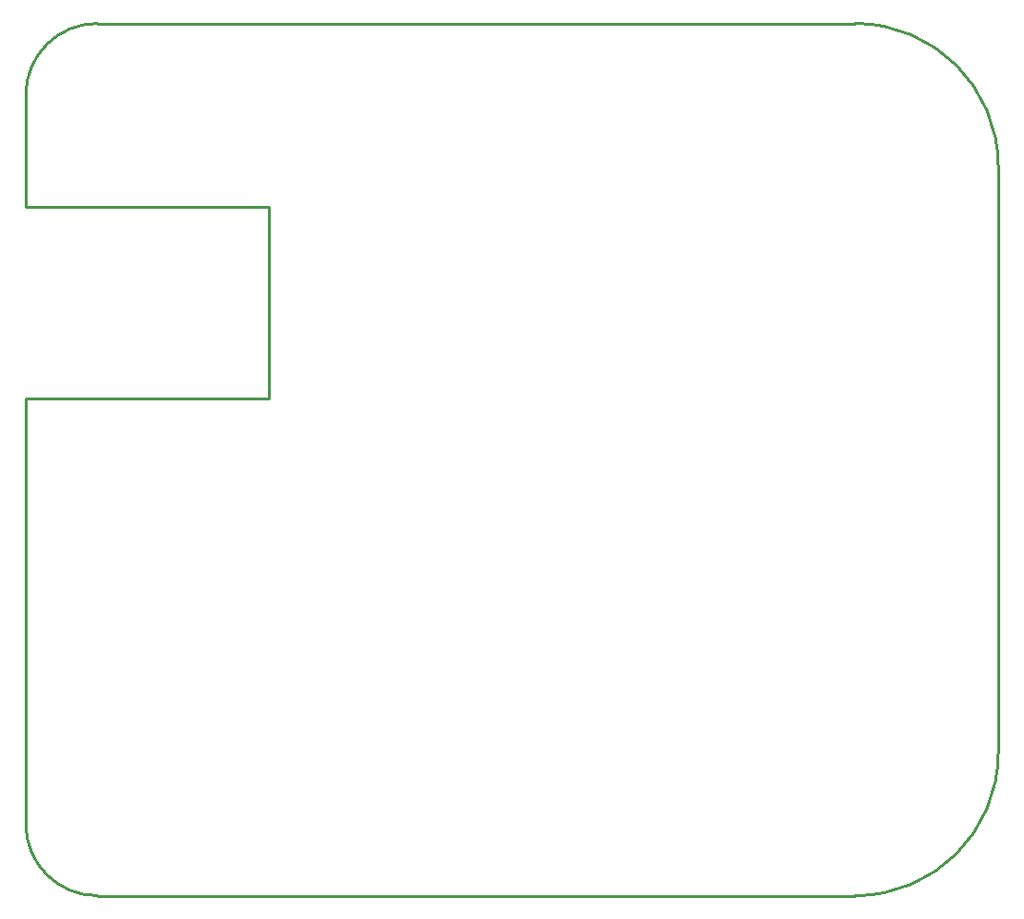
<source format=gko>
G04 Layer_Color=16711935*
%FSLAX23Y23*%
%MOIN*%
G70*
G01*
G75*
%ADD50C,0.010*%
D50*
X0Y-650D02*
G03*
X250Y-900I250J0D01*
G01*
Y2150D02*
G03*
X0Y1900I0J-250D01*
G01*
X2900Y-900D02*
G03*
X3400Y-400I0J500D01*
G01*
Y1650D02*
G03*
X2900Y2150I-500J0D01*
G01*
X0Y1510D02*
Y1900D01*
Y840D02*
X850D01*
Y1510D01*
X0D02*
X850D01*
X0Y-650D02*
Y840D01*
X250Y2150D02*
X2900D01*
X3400Y-400D02*
Y1650D01*
X250Y-900D02*
X2900D01*
M02*

</source>
